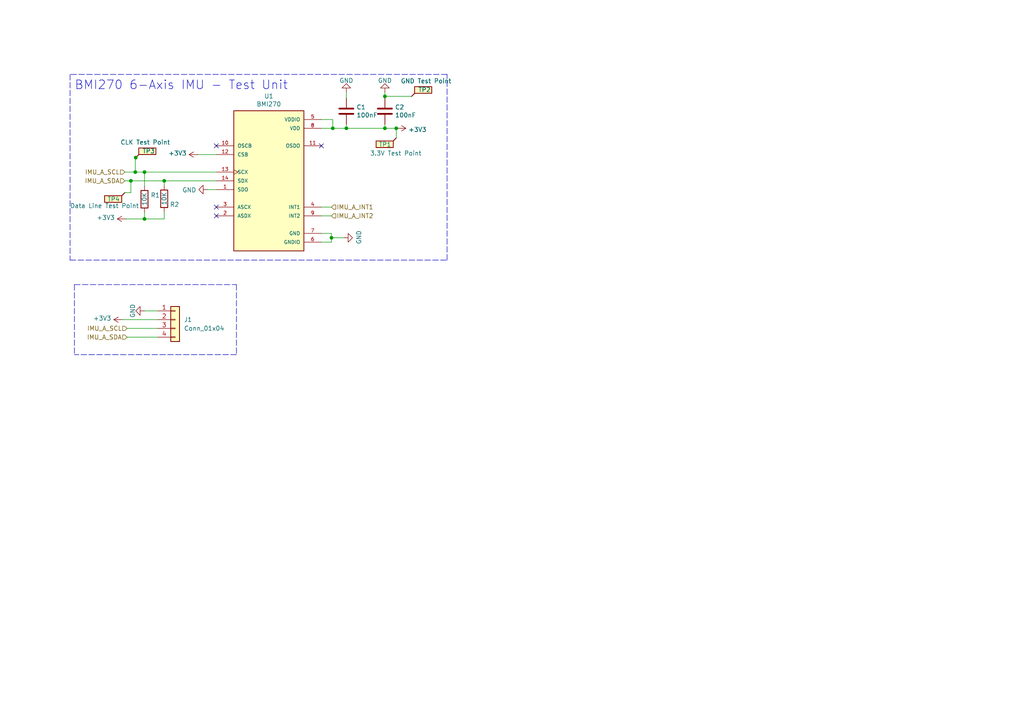
<source format=kicad_sch>
(kicad_sch (version 20211123) (generator eeschema)
  (paper "A4")
  (title_block (title "IMU Breakout Board") (date "3/17/22") (rev "2") (comment 1 "Edited by Kylie Angel"))
  (lib_symbols
    (symbol "Connector:TestPoint_Flag" (pin_numbers hide) (pin_names (offset 0.762) hide)
      (property "Reference" "TP" (at 3.429 1.778 0))
      (property "Value" "TestPoint_Flag" (at 3.302 4.191 0))
      (symbol "TestPoint_Flag_0_1"
        (polyline (pts (xy 0 0) (xy 0.889 0.889)) (stroke (width 0.254)))
        (rectangle (start 0.889 2.794) (end 5.842 0.889) (stroke (width 0.254)) (fill (type background)))
      )
      (symbol "TestPoint_Flag_1_1"
        (pin passive line (at 0 0 90) (length 0) (name "1") (number "1"))
      )
    )
    (symbol "Connector_Generic:Conn_01x04" (pin_names (offset 1.016) hide)
      (property "Reference" "J" (at 0 5.08 0))
      (property "Value" "Conn_01x04" (at 0 -7.62 0))
      (symbol "Conn_01x04_1_1"
        (rectangle (start -1.27 -4.953) (end 0 -5.207) (stroke (width 0.1524)))
        (rectangle (start -1.27 -2.413) (end 0 -2.667) (stroke (width 0.1524)))
        (rectangle (start -1.27 0.127) (end 0 -0.127) (stroke (width 0.1524)))
        (rectangle (start -1.27 2.667) (end 0 2.413) (stroke (width 0.1524)))
        (rectangle (start -1.27 3.81) (end 1.27 -6.35) (stroke (width 0.254)) (fill (type background)))
        (pin passive line (at -5.08 2.54 0) (length 3.81) (name "Pin_1") (number "1"))
        (pin passive line (at -5.08 0 0) (length 3.81) (name "Pin_2") (number "2"))
        (pin passive line (at -5.08 -2.54 0) (length 3.81) (name "Pin_3") (number "3"))
        (pin passive line (at -5.08 -5.08 0) (length 3.81) (name "Pin_4") (number "4"))
      )
    )
    (symbol "Device:C" (pin_numbers hide) (pin_names (offset 0.254))
      (property "Reference" "C" (at 0.635 2.54 0))
      (property "Value" "C" (at 0.635 -2.54 0))
      (symbol "C_0_1"
        (polyline (pts (xy -2.032 -0.762) (xy 2.032 -0.762)) (stroke (width 0.508)))
        (polyline (pts (xy -2.032 0.762) (xy 2.032 0.762)) (stroke (width 0.508)))
      )
      (symbol "C_1_1"
        (pin passive line (at 0 3.81 270) (length 2.794) (name "~") (number "1"))
        (pin passive line (at 0 -3.81 90) (length 2.794) (name "~") (number "2"))
      )
    )
    (symbol "Device:R" (pin_numbers hide) (pin_names (offset 0))
      (property "Reference" "R" (at 2.032 0 90))
      (property "Value" "R" (at 0 0 90))
      (symbol "R_0_1"
        (rectangle (start -1.016 -2.54) (end 1.016 2.54) (stroke (width 0.254)))
      )
      (symbol "R_1_1"
        (pin passive line (at 0 3.81 270) (length 1.27) (name "~") (number "1"))
        (pin passive line (at 0 -3.81 90) (length 1.27) (name "~") (number "2"))
      )
    )
    (symbol "InertialMeasurementUnits:BMI270" (pin_names (offset 1.016))
      (property "Reference" "U" (at -10.16 21.082 0))
      (property "Value" "InertialMeasurementUnits_BMI270" (at -10.16 -22.86 0))
      (symbol "BMI270_0_0"
        (rectangle (start -10.16 -20.32) (end 10.16 20.32) (stroke (width 0.254)) (fill (type background)))
        (pin bidirectional line (at -15.24 -2.54 0) (length 5.08) (name "SDO") (number "1"))
        (pin input line (at -15.24 10.16 0) (length 5.08) (name "OSCB") (number "10"))
        (pin output line (at 15.24 10.16 180) (length 5.08) (name "OSDO") (number "11"))
        (pin input line (at -15.24 7.62 0) (length 5.08) (name "CSB") (number "12"))
        (pin input clock (at -15.24 2.54 0) (length 5.08) (name "SCX") (number "13"))
        (pin bidirectional line (at -15.24 0 0) (length 5.08) (name "SDX") (number "14"))
        (pin bidirectional line (at -15.24 -10.16 0) (length 5.08) (name "ASDX") (number "2"))
        (pin bidirectional line (at -15.24 -7.62 0) (length 5.08) (name "ASCX") (number "3"))
        (pin bidirectional line (at 15.24 -7.62 180) (length 5.08) (name "INT1") (number "4"))
        (pin power_in line (at 15.24 17.78 180) (length 5.08) (name "VDDIO") (number "5"))
        (pin power_in line (at 15.24 -17.78 180) (length 5.08) (name "GNDIO") (number "6"))
        (pin power_in line (at 15.24 -15.24 180) (length 5.08) (name "GND") (number "7"))
        (pin power_in line (at 15.24 15.24 180) (length 5.08) (name "VDD") (number "8"))
        (pin bidirectional line (at 15.24 -10.16 180) (length 5.08) (name "INT2") (number "9"))
      )
    )
    (symbol "power:+3.3V" (power) (pin_names (offset 0))
      (property "Value" "+3.3V" (at 0 3.556 0))
      (symbol "+3.3V_0_1"
        (polyline (pts (xy -0.762 1.27) (xy 0 2.54)))
        (polyline (pts (xy 0 0) (xy 0 2.54)))
        (polyline (pts (xy 0 2.54) (xy 0.762 1.27)))
      )
      (symbol "+3.3V_1_1"
        (pin power_in line (at 0 0 90) (length 0) hide (name "+3V3") (number "1"))
      )
    )
    (symbol "power:GND" (power) (pin_names (offset 0))
      (property "Value" "GND" (at 0 -3.81 0))
      (symbol "GND_0_1"
        (polyline (pts (xy 0 0) (xy 0 -1.27) (xy 1.27 -1.27) (xy 0 -2.54) (xy -1.27 -1.27) (xy 0 -1.27)))
      )
      (symbol "GND_1_1"
        (pin power_in line (at 0 0 270) (length 0) hide (name "GND") (number "1"))
      )
    )
  )
  (junction (at 37.9582 52.451))
  (junction (at 100.457 37.211))
  (junction (at 111.633 37.211))
  (junction (at 111.633 27.94))
  (junction (at 39.2348 49.911))
  (junction (at 47.625 52.451))
  (junction (at 96.139 68.961))
  (junction (at 96.52 37.211))
  (junction (at 41.91 63.5))
  (junction (at 114.935 37.211))
  (junction (at 41.91 49.911))
  (junction (at 39.37 45.72))
  (no_connect (at 62.738 62.611))
  (no_connect (at 93.218 42.291))
  (no_connect (at 62.738 42.291))
  (no_connect (at 62.738 60.071))
  (wire (pts (xy 93.218 62.611) (xy 96.139 62.611)))
  (wire (pts (xy 39.2348 45.72) (xy 39.37 45.72)))
  (wire (pts (xy 93.218 60.071) (xy 96.139 60.071)))
  (wire (pts (xy 93.218 37.211) (xy 96.52 37.211)))
  (wire (pts (xy 96.139 68.961) (xy 96.139 70.231)))
  (wire (pts (xy 37.9582 52.451) (xy 37.9582 55.88)))
  (wire (pts (xy 47.625 63.5) (xy 47.625 61.468)))
  (wire (pts (xy 100.457 37.211) (xy 100.457 36.068)))
  (wire (pts (xy 47.625 52.451) (xy 62.738 52.451)))
  (wire (pts (xy 36.195 52.451) (xy 37.9582 52.451)))
  (wire (pts (xy 111.633 37.211) (xy 114.935 37.211)))
  (wire (pts (xy 111.633 27.94) (xy 111.633 28.448)))
  (wire (pts (xy 41.91 63.5) (xy 47.625 63.5)))
  (wire (pts (xy 41.91 90.17) (xy 45.72 90.17)))
  (wire (pts (xy 57.404 44.831) (xy 62.738 44.831)))
  (polyline (pts (xy 68.58 102.87) (xy 21.59 102.87)))
  (wire (pts (xy 119.38 27.94) (xy 111.633 27.94)))
  (wire (pts (xy 114.935 37.211) (xy 115.189 37.211)))
  (wire (pts (xy 96.52 37.211) (xy 100.457 37.211)))
  (wire (pts (xy 39.2348 49.911) (xy 41.91 49.911)))
  (wire (pts (xy 47.625 53.848) (xy 47.625 52.451)))
  (polyline (pts (xy 20.32 21.59) (xy 20.32 75.438)))
  (wire (pts (xy 37.9582 55.88) (xy 36.195 55.88)))
  (wire (pts (xy 99.695 68.961) (xy 96.139 68.961)))
  (wire (pts (xy 114.935 40.005) (xy 114.935 37.211)))
  (wire (pts (xy 93.218 70.231) (xy 96.139 70.231)))
  (wire (pts (xy 36.83 97.79) (xy 45.72 97.79)))
  (polyline (pts (xy 21.59 82.55) (xy 21.59 102.87)))
  (wire (pts (xy 100.457 28.448) (xy 100.457 26.797)))
  (polyline (pts (xy 68.58 82.55) (xy 68.58 102.87)))
  (wire (pts (xy 111.633 26.797) (xy 111.633 27.94)))
  (wire (pts (xy 93.218 67.691) (xy 96.139 67.691)))
  (wire (pts (xy 36.195 49.911) (xy 39.2348 49.911)))
  (wire (pts (xy 37.9582 52.451) (xy 47.625 52.451)))
  (wire (pts (xy 96.52 34.671) (xy 96.52 37.211)))
  (polyline (pts (xy 20.32 75.438) (xy 129.667 75.438)))
  (wire (pts (xy 41.91 53.975) (xy 41.91 49.911)))
  (wire (pts (xy 111.633 36.068) (xy 111.633 37.211)))
  (wire (pts (xy 93.218 34.671) (xy 96.52 34.671)))
  (polyline (pts (xy 21.59 82.55) (xy 68.58 82.55)))
  (wire (pts (xy 96.139 67.691) (xy 96.139 68.961)))
  (wire (pts (xy 35.56 92.71) (xy 45.72 92.71)))
  (polyline (pts (xy 129.667 75.438) (xy 129.667 21.59)))
  (polyline (pts (xy 129.667 21.59) (xy 20.32 21.59)))
  (wire (pts (xy 100.457 37.211) (xy 111.633 37.211)))
  (wire (pts (xy 62.738 54.991) (xy 60.198 54.991)))
  (wire (pts (xy 39.2348 49.911) (xy 39.2348 45.72)))
  (wire (pts (xy 36.576 63.5) (xy 41.91 63.5)))
  (wire (pts (xy 36.83 95.25) (xy 45.72 95.25)))
  (wire (pts (xy 41.91 49.911) (xy 62.738 49.911)))
  (wire (pts (xy 41.91 61.595) (xy 41.91 63.5)))
  (text "BMI270 6-Axis IMU - Test Unit" (at 21.59 26.289 0) (effects (font (size 2.54 2.54)) (justify left bottom)))
  (hierarchical_label "IMU_A_SCL" (shape input) (at 36.195 49.911 180))
  (hierarchical_label "IMU_A_SCL" (shape input) (at 36.83 95.25 180))
  (hierarchical_label "IMU_A_SDA" (shape input) (at 36.195 52.451 180))
  (hierarchical_label "IMU_A_INT1" (shape input) (at 96.139 60.071 0))
  (hierarchical_label "IMU_A_SDA" (shape input) (at 36.83 97.79 180))
  (hierarchical_label "IMU_A_INT2" (shape input) (at 96.139 62.611 0))
  (symbol (lib_id "power:+3.3V") (at 36.576 63.5 90) (unit 1)
    (property "Reference" "#PWR0107" (effects hide))
    (property "Value" "+3.3V" (at 33.3248 63.119 90) (effects (justify left)))
  )
  (symbol (lib_id "Connector_Generic:Conn_01x04") (at 50.8 92.71 0) (unit 1)
    (property "Reference" "J1" (at 53.34 92.7099 0) (effects (justify left)))
    (property "Value" "Conn_01x04" (at 53.34 95.2499 0) (effects (justify left)))
    (property "Footprint" "Connector_PinHeader_2.54mm:PinHeader_1x04_P2.54mm_Vertical" (effects hide))
  )
  (symbol (lib_id "power:GND") (at 60.198 54.991 270) (unit 1)
    (property "Reference" "#PWR0105" (effects hide))
    (property "Value" "GND" (at 56.9468 55.118 90) (effects (justify right)))
  )
  (symbol (lib_id "power:GND") (at 41.91 90.17 270) (unit 1)
    (property "Reference" "#PWR0108" (effects hide))
    (property "Value" "GND" (at 38.481 90.17 0))
  )
  (symbol (lib_id "Connector:TestPoint_Flag") (at 119.38 27.94 0) (unit 1)
    (property "Reference" "TP2" (at 121.285 26.035 0) (effects (justify left)))
    (property "Value" "GND Test Point" (at 116.205 23.495 0) (effects (justify left)))
    (property "Footprint" "TestPoint:TestPoint_1.0mm" (effects hide))
  )
  (symbol (lib_id "Device:R") (at 41.91 57.785 0) (unit 1)
    (property "Reference" "R1" (at 43.688 56.6166 0) (effects (justify left)))
    (property "Value" "10K" (at 41.91 59.69 90) (effects (justify left)))
    (property "Footprint" "Resistor_SMD:R_0603_1608Metric" (effects hide))
    (property "MPN" "RMCF0603FT10K0" (effects hide))
  )
  (symbol (lib_id "Device:C") (at 100.457 32.258 0) (unit 1)
    (property "Reference" "C1" (at 103.378 31.0896 0) (effects (justify left)))
    (property "Value" "100nF" (at 103.378 33.401 0) (effects (justify left)))
    (property "Footprint" "Capacitor_SMD:C_0603_1608Metric" (effects hide))
    (property "Datasheet" "https://content.kemet.com/datasheets/KEM_C1002_X7R_SMD.pdf" (effects hide))
    (property "MPN" "C0603C104J4RAC7867" (effects hide))
  )
  (symbol (lib_id "power:+3.3V") (at 35.56 92.71 90) (unit 1)
    (property "Reference" "#PWR0109" (effects hide))
    (property "Value" "+3.3V" (at 32.3088 92.329 90) (effects (justify left)))
  )
  (symbol (lib_id "Device:C") (at 111.633 32.258 0) (unit 1)
    (property "Reference" "C2" (at 114.554 31.0896 0) (effects (justify left)))
    (property "Value" "100nF" (at 114.554 33.401 0) (effects (justify left)))
    (property "Footprint" "Capacitor_SMD:C_0603_1608Metric" (effects hide))
    (property "Datasheet" "https://content.kemet.com/datasheets/KEM_C1002_X7R_SMD.pdf" (effects hide))
    (property "MPN" "C0603C104J4RAC7867" (effects hide))
  )
  (symbol (lib_id "Device:R") (at 47.625 57.658 0) (unit 1)
    (property "Reference" "R2" (at 49.276 59.309 0) (effects (justify left)))
    (property "Value" "10K" (at 47.625 59.563 90) (effects (justify left)))
    (property "Footprint" "Resistor_SMD:R_0603_1608Metric" (effects hide))
    (property "MPN" "RMCF0603FT10K0" (effects hide))
  )
  (symbol (lib_id "Connector:TestPoint_Flag") (at 36.195 55.88 180) (unit 1)
    (property "Reference" "TP4" (at 31.115 57.785 0) (effects (justify right)))
    (property "Value" "Data Line Test Point" (at 20.32 59.69 0) (effects (justify right)))
    (property "Footprint" "TestPoint:TestPoint_1.0mm" (effects hide))
  )
  (symbol (lib_id "power:+3.3V") (at 57.404 44.831 90) (unit 1)
    (property "Reference" "#PWR0106" (effects hide))
    (property "Value" "+3.3V" (at 54.1528 44.45 90) (effects (justify left)))
  )
  (symbol (lib_id "power:+3.3V") (at 115.189 37.211 270) (unit 1)
    (property "Reference" "#PWR0104" (effects hide))
    (property "Value" "+3.3V" (at 118.4402 37.592 90) (effects (justify left)))
  )
  (symbol (lib_id "power:GND") (at 100.457 26.797 180) (unit 1)
    (property "Reference" "#PWR0103" (effects hide))
    (property "Value" "GND" (at 100.457 23.368 0))
  )
  (symbol (lib_id "Connector:TestPoint_Flag") (at 39.37 45.72 0) (unit 1)
    (property "Reference" "TP3" (at 41.275 43.815 0) (effects (justify left)))
    (property "Value" "CLK Test Point" (at 34.925 41.275 0) (effects (justify left)))
    (property "Footprint" "TestPoint:TestPoint_1.0mm" (effects hide))
  )
  (symbol (lib_id "power:GND") (at 111.633 26.797 180) (unit 1)
    (property "Reference" "#PWR0101" (effects hide))
    (property "Value" "GND" (at 111.633 23.368 0))
  )
  (symbol (lib_id "power:GND") (at 99.695 68.961 90) (unit 1)
    (property "Reference" "#PWR0102" (effects hide))
    (property "Value" "GND" (at 104.0892 68.834 0))
  )
  (symbol (lib_id "InertialMeasurementUnits:BMI270") (at 77.978 52.451 0) (unit 1)
    (property "Reference" "U1" (at 77.978 27.8892 0))
    (property "Value" "BMI270" (at 77.978 30.2006 0))
    (property "Footprint" "InertialMeasurementUnits:XDCR_BMI270" (effects hide))
    (property "Datasheet" "https://www.bosch-sensortec.com/media/boschsensortec/downloads/datasheets/bst-bmi270-ds000.pdf" (effects hide))
    (property "MAXIMUM_PACKAGE_HEIGHT" "0.87mm" (effects hide))
    (property "STANDARD" "Manufacturer Recommendations" (effects hide))
    (property "MANUFACTURER" "Bosch Sensortec" (effects hide))
    (property "PATREV" "1.0" (effects hide))
  )
  (symbol (lib_id "Connector:TestPoint_Flag") (at 114.935 40.005 180) (unit 1)
    (property "Reference" "TP1" (at 109.855 41.91 0) (effects (justify right)))
    (property "Value" "3.3V Test Point" (at 107.315 44.45 0) (effects (justify right)))
    (property "Footprint" "TestPoint:TestPoint_1.0mm" (effects hide))
  )
)
</source>
